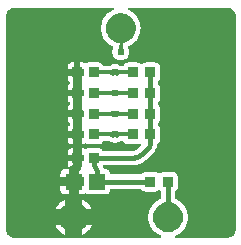
<source format=gbl>
G04 Layer: BottomLayer*
G04 EasyEDA v6.5.40, 2024-02-17 19:59:00*
G04 9a5be75d700b4a6385dc1106f27949ae,10*
G04 Gerber Generator version 0.2*
G04 Scale: 100 percent, Rotated: No, Reflected: No *
G04 Dimensions in millimeters *
G04 leading zeros omitted , absolute positions ,4 integer and 5 decimal *
%FSLAX45Y45*%
%MOMM*%

%AMMACRO1*21,1,$1,$2,0,0,$3*%
%ADD10C,0.8000*%
%ADD11C,0.4000*%
%ADD12C,0.3000*%
%ADD13C,0.2200*%
%ADD14MACRO1,0.8X0.9X0.0000*%
%ADD15MACRO1,1.35X1.41X-90.0000*%
%ADD16MACRO1,0.864X0.8065X90.0000*%
%ADD17C,0.6200*%
%ADD18C,0.0133*%

%LPD*%
G36*
X101244Y-1974088D02*
G01*
X88747Y-1973122D01*
X78486Y-1970786D01*
X68630Y-1966975D01*
X59385Y-1961845D01*
X51003Y-1955444D01*
X43637Y-1947875D01*
X37388Y-1939391D01*
X32410Y-1930044D01*
X28803Y-1920138D01*
X26670Y-1909825D01*
X25908Y-1898751D01*
X25908Y-101244D01*
X26873Y-88747D01*
X29209Y-78486D01*
X33020Y-68630D01*
X38150Y-59385D01*
X44551Y-51003D01*
X52120Y-43637D01*
X60604Y-37388D01*
X69951Y-32410D01*
X79857Y-28803D01*
X90170Y-26670D01*
X101244Y-25908D01*
X931926Y-25908D01*
X935736Y-26670D01*
X939037Y-28803D01*
X941222Y-32054D01*
X942086Y-35915D01*
X941374Y-39776D01*
X939292Y-43078D01*
X936091Y-45313D01*
X924610Y-50495D01*
X919734Y-53035D01*
X907186Y-60655D01*
X902665Y-63754D01*
X891082Y-72796D01*
X886917Y-76504D01*
X876503Y-86918D01*
X872794Y-91084D01*
X863752Y-102666D01*
X860653Y-107187D01*
X853033Y-119735D01*
X850493Y-124612D01*
X844448Y-138074D01*
X842518Y-143154D01*
X838098Y-157226D01*
X836777Y-162610D01*
X834136Y-177088D01*
X833475Y-182575D01*
X832561Y-197307D01*
X832561Y-202692D01*
X833475Y-217424D01*
X834136Y-222910D01*
X836777Y-237388D01*
X838098Y-242773D01*
X842518Y-256844D01*
X844448Y-261924D01*
X850493Y-275386D01*
X853033Y-280263D01*
X860653Y-292811D01*
X863752Y-297332D01*
X872794Y-308914D01*
X876503Y-313080D01*
X886917Y-323494D01*
X891082Y-327202D01*
X902665Y-336245D01*
X907186Y-339344D01*
X919734Y-346964D01*
X924610Y-349504D01*
X931926Y-352806D01*
X935228Y-355193D01*
X937310Y-358698D01*
X937920Y-362712D01*
X936802Y-366623D01*
X934974Y-370332D01*
X932027Y-377799D01*
X929386Y-388823D01*
X928522Y-399999D01*
X929386Y-411175D01*
X932027Y-422097D01*
X936294Y-432460D01*
X942187Y-442010D01*
X949452Y-450545D01*
X957986Y-457809D01*
X967536Y-463702D01*
X977900Y-467969D01*
X988821Y-470611D01*
X999998Y-471474D01*
X1011174Y-470611D01*
X1022096Y-467969D01*
X1032459Y-463702D01*
X1042009Y-457809D01*
X1050544Y-450545D01*
X1057808Y-442010D01*
X1063701Y-432460D01*
X1067968Y-422097D01*
X1070610Y-411175D01*
X1071473Y-399999D01*
X1070610Y-388823D01*
X1067968Y-377799D01*
X1065022Y-370281D01*
X1063142Y-366522D01*
X1062126Y-362610D01*
X1062736Y-358597D01*
X1064818Y-355142D01*
X1068120Y-352755D01*
X1075385Y-349504D01*
X1080262Y-346964D01*
X1092809Y-339344D01*
X1097330Y-336245D01*
X1108913Y-327202D01*
X1113078Y-323494D01*
X1123492Y-313080D01*
X1127201Y-308914D01*
X1136243Y-297332D01*
X1139342Y-292811D01*
X1146962Y-280263D01*
X1149502Y-275386D01*
X1155547Y-261924D01*
X1157478Y-256844D01*
X1161897Y-242773D01*
X1163218Y-237388D01*
X1165860Y-222910D01*
X1166520Y-217424D01*
X1167434Y-202692D01*
X1167434Y-197307D01*
X1166520Y-182575D01*
X1165860Y-177088D01*
X1163218Y-162610D01*
X1161897Y-157226D01*
X1157478Y-143154D01*
X1155547Y-138074D01*
X1149502Y-124612D01*
X1146962Y-119735D01*
X1139342Y-107187D01*
X1136243Y-102666D01*
X1127201Y-91084D01*
X1123492Y-86918D01*
X1113078Y-76504D01*
X1108913Y-72796D01*
X1097330Y-63754D01*
X1092809Y-60655D01*
X1080262Y-53035D01*
X1075385Y-50495D01*
X1063904Y-45313D01*
X1060704Y-43078D01*
X1058621Y-39776D01*
X1057910Y-35915D01*
X1058773Y-32054D01*
X1060958Y-28803D01*
X1064260Y-26670D01*
X1068070Y-25908D01*
X1898751Y-25908D01*
X1911248Y-26873D01*
X1921510Y-29209D01*
X1931365Y-33020D01*
X1940610Y-38150D01*
X1948992Y-44551D01*
X1956358Y-52120D01*
X1962607Y-60604D01*
X1967585Y-69951D01*
X1971192Y-79857D01*
X1973325Y-90170D01*
X1974088Y-101244D01*
X1974088Y-1898751D01*
X1973122Y-1911248D01*
X1970786Y-1921510D01*
X1966975Y-1931365D01*
X1961845Y-1940610D01*
X1955444Y-1948992D01*
X1947875Y-1956358D01*
X1939391Y-1962607D01*
X1930044Y-1967585D01*
X1920138Y-1971192D01*
X1909825Y-1973325D01*
X1898751Y-1974088D01*
X1468069Y-1974088D01*
X1464259Y-1973325D01*
X1460957Y-1971192D01*
X1458772Y-1967941D01*
X1457909Y-1964080D01*
X1458620Y-1960219D01*
X1460703Y-1956917D01*
X1463903Y-1954682D01*
X1475384Y-1949500D01*
X1480261Y-1946960D01*
X1492808Y-1939340D01*
X1497330Y-1936242D01*
X1508912Y-1927199D01*
X1513078Y-1923491D01*
X1523492Y-1913077D01*
X1527200Y-1908911D01*
X1536242Y-1897329D01*
X1539341Y-1892807D01*
X1546961Y-1880260D01*
X1549501Y-1875383D01*
X1555546Y-1861921D01*
X1557477Y-1856841D01*
X1561896Y-1842770D01*
X1563217Y-1837385D01*
X1565859Y-1822907D01*
X1566519Y-1817420D01*
X1567434Y-1802688D01*
X1567434Y-1797304D01*
X1566519Y-1782572D01*
X1565859Y-1777085D01*
X1563217Y-1762607D01*
X1561896Y-1757222D01*
X1557477Y-1743151D01*
X1555546Y-1738071D01*
X1549501Y-1724609D01*
X1546961Y-1719732D01*
X1539341Y-1707184D01*
X1536242Y-1702663D01*
X1527200Y-1691081D01*
X1523492Y-1686915D01*
X1513078Y-1676501D01*
X1508912Y-1672793D01*
X1497330Y-1663750D01*
X1492808Y-1660652D01*
X1480261Y-1653032D01*
X1475384Y-1650492D01*
X1466697Y-1646580D01*
X1463548Y-1644345D01*
X1461414Y-1641093D01*
X1460703Y-1637283D01*
X1460754Y-1583588D01*
X1461719Y-1579270D01*
X1464462Y-1575765D01*
X1469237Y-1571802D01*
X1474266Y-1565656D01*
X1478026Y-1558696D01*
X1480312Y-1551076D01*
X1481175Y-1542694D01*
X1481175Y-1457299D01*
X1480312Y-1448917D01*
X1478026Y-1441297D01*
X1474266Y-1434338D01*
X1469237Y-1428191D01*
X1463141Y-1423162D01*
X1456131Y-1419402D01*
X1448562Y-1417116D01*
X1440129Y-1416304D01*
X1360474Y-1416304D01*
X1352092Y-1417116D01*
X1344523Y-1419402D01*
X1337513Y-1423162D01*
X1331468Y-1428140D01*
X1328420Y-1429867D01*
X1325016Y-1430426D01*
X1321562Y-1429867D01*
X1318564Y-1428140D01*
X1312468Y-1423162D01*
X1305458Y-1419402D01*
X1297889Y-1417116D01*
X1289507Y-1416304D01*
X1209852Y-1416304D01*
X1201470Y-1417116D01*
X1193850Y-1419402D01*
X1186891Y-1423162D01*
X1180744Y-1428191D01*
X1173429Y-1437081D01*
X1170381Y-1438859D01*
X1166876Y-1439468D01*
X920851Y-1439468D01*
X917194Y-1438808D01*
X914044Y-1436878D01*
X911758Y-1433880D01*
X910742Y-1430324D01*
X910183Y-1424584D01*
X907897Y-1417015D01*
X904138Y-1410004D01*
X899109Y-1403908D01*
X892962Y-1398879D01*
X886002Y-1395120D01*
X878382Y-1392834D01*
X870000Y-1391970D01*
X864412Y-1391970D01*
X860501Y-1391208D01*
X857199Y-1389024D01*
X855014Y-1385722D01*
X850392Y-1374546D01*
X849630Y-1370685D01*
X850392Y-1366774D01*
X852576Y-1363472D01*
X855878Y-1361287D01*
X859790Y-1360525D01*
X1094282Y-1360525D01*
X1100734Y-1360170D01*
X1115060Y-1358798D01*
X1121460Y-1357833D01*
X1135583Y-1355039D01*
X1141831Y-1353464D01*
X1155649Y-1349248D01*
X1161694Y-1347114D01*
X1175054Y-1341577D01*
X1180846Y-1338834D01*
X1193546Y-1332026D01*
X1199083Y-1328724D01*
X1211072Y-1320698D01*
X1216253Y-1316888D01*
X1227378Y-1307744D01*
X1232154Y-1303375D01*
X1267307Y-1268222D01*
X1274013Y-1259789D01*
X1287830Y-1239062D01*
X1292707Y-1229563D01*
X1302207Y-1206500D01*
X1304696Y-1198372D01*
X1307592Y-1183995D01*
X1309420Y-1179931D01*
X1319276Y-1171803D01*
X1324305Y-1165656D01*
X1328013Y-1158697D01*
X1330350Y-1151077D01*
X1331163Y-1142695D01*
X1331163Y-1057300D01*
X1330350Y-1048918D01*
X1328013Y-1041298D01*
X1324305Y-1034338D01*
X1319276Y-1028192D01*
X1314551Y-1024331D01*
X1311808Y-1020826D01*
X1310843Y-1016457D01*
X1310843Y-1008532D01*
X1311808Y-1004163D01*
X1314551Y-1000658D01*
X1319276Y-996797D01*
X1324305Y-990701D01*
X1328013Y-983691D01*
X1330350Y-976071D01*
X1331163Y-967689D01*
X1331163Y-882294D01*
X1330350Y-873912D01*
X1328013Y-866292D01*
X1324305Y-859332D01*
X1319276Y-853186D01*
X1314551Y-849325D01*
X1311808Y-845819D01*
X1310843Y-841502D01*
X1310843Y-833526D01*
X1311808Y-829157D01*
X1314551Y-825652D01*
X1319276Y-821791D01*
X1324305Y-815695D01*
X1328013Y-808685D01*
X1330350Y-801116D01*
X1331163Y-792683D01*
X1331163Y-707288D01*
X1330350Y-698906D01*
X1328013Y-691337D01*
X1324305Y-684326D01*
X1319276Y-678180D01*
X1314551Y-674319D01*
X1311808Y-670814D01*
X1310843Y-666496D01*
X1310843Y-658520D01*
X1311808Y-654151D01*
X1314551Y-650646D01*
X1319276Y-646785D01*
X1324305Y-640689D01*
X1328013Y-633679D01*
X1330350Y-626110D01*
X1331163Y-617677D01*
X1331163Y-532282D01*
X1330350Y-523900D01*
X1328013Y-516331D01*
X1324305Y-509320D01*
X1319276Y-503174D01*
X1313129Y-498144D01*
X1306118Y-494436D01*
X1298549Y-492099D01*
X1290167Y-491286D01*
X1210513Y-491286D01*
X1202131Y-492099D01*
X1194511Y-494436D01*
X1187500Y-498144D01*
X1181455Y-503123D01*
X1178407Y-504850D01*
X1175004Y-505459D01*
X1171600Y-504850D01*
X1168552Y-503123D01*
X1162456Y-498144D01*
X1155496Y-494436D01*
X1147876Y-492099D01*
X1139494Y-491286D01*
X1059840Y-491286D01*
X1051458Y-492099D01*
X1043889Y-494436D01*
X1036878Y-498144D01*
X1030732Y-503174D01*
X1025702Y-509320D01*
X1023162Y-514146D01*
X1020775Y-517042D01*
X1017574Y-518922D01*
X1013866Y-519480D01*
X1002842Y-519125D01*
X996137Y-517651D01*
X994257Y-516940D01*
X979830Y-509981D01*
X972210Y-507034D01*
X961186Y-504393D01*
X950010Y-503478D01*
X938834Y-504393D01*
X927862Y-507034D01*
X918260Y-510895D01*
X905814Y-516940D01*
X899363Y-518820D01*
X897229Y-519125D01*
X887272Y-519480D01*
X856132Y-519480D01*
X852525Y-518820D01*
X849426Y-516991D01*
X847140Y-514096D01*
X843635Y-507542D01*
X838606Y-501396D01*
X832459Y-496366D01*
X825449Y-492607D01*
X817880Y-490321D01*
X809498Y-489508D01*
X730504Y-489508D01*
X722071Y-490321D01*
X714502Y-492607D01*
X707491Y-496366D01*
X703427Y-498957D01*
X700024Y-499516D01*
X696569Y-498957D01*
X692505Y-496366D01*
X685495Y-492607D01*
X677926Y-490321D01*
X669493Y-489508D01*
X656336Y-489508D01*
X656336Y-546150D01*
X679297Y-546150D01*
X683209Y-546912D01*
X686511Y-549148D01*
X688695Y-552399D01*
X689457Y-556310D01*
X689457Y-593699D01*
X688695Y-597560D01*
X686511Y-600862D01*
X683209Y-603097D01*
X679297Y-603859D01*
X656336Y-603859D01*
X656336Y-721156D01*
X679297Y-721156D01*
X683209Y-721918D01*
X686511Y-724103D01*
X688695Y-727405D01*
X689457Y-731316D01*
X689457Y-768705D01*
X688695Y-772566D01*
X686511Y-775868D01*
X683209Y-778052D01*
X679297Y-778865D01*
X656336Y-778865D01*
X656336Y-896162D01*
X679348Y-896162D01*
X683209Y-896924D01*
X686511Y-899109D01*
X688695Y-902411D01*
X689508Y-906322D01*
X689508Y-943711D01*
X688695Y-947572D01*
X686511Y-950874D01*
X683209Y-953058D01*
X679348Y-953871D01*
X656336Y-953871D01*
X656336Y-1071168D01*
X679297Y-1071168D01*
X683209Y-1071930D01*
X686511Y-1074115D01*
X688695Y-1077417D01*
X689457Y-1081328D01*
X689457Y-1118666D01*
X688695Y-1122578D01*
X686511Y-1125880D01*
X683209Y-1128064D01*
X679297Y-1128826D01*
X656336Y-1128826D01*
X656336Y-1185519D01*
X669493Y-1185519D01*
X677926Y-1184656D01*
X685495Y-1182370D01*
X692505Y-1178661D01*
X696569Y-1176070D01*
X700024Y-1175461D01*
X703427Y-1176070D01*
X707491Y-1178661D01*
X714502Y-1182370D01*
X722071Y-1184656D01*
X730504Y-1185519D01*
X809498Y-1185519D01*
X817880Y-1184656D01*
X825449Y-1182370D01*
X832459Y-1178661D01*
X838606Y-1173581D01*
X843635Y-1167485D01*
X847140Y-1160881D01*
X849426Y-1158036D01*
X852525Y-1156157D01*
X856132Y-1155496D01*
X887628Y-1155496D01*
X897229Y-1155852D01*
X903935Y-1157376D01*
X905814Y-1158036D01*
X919987Y-1164894D01*
X927912Y-1167993D01*
X938834Y-1170584D01*
X950010Y-1171498D01*
X961186Y-1170584D01*
X972159Y-1167942D01*
X981760Y-1164082D01*
X994206Y-1158036D01*
X1000658Y-1156208D01*
X1002842Y-1155852D01*
X1013866Y-1155496D01*
X1017574Y-1156055D01*
X1020775Y-1157935D01*
X1023162Y-1160881D01*
X1025702Y-1165656D01*
X1030732Y-1171803D01*
X1036878Y-1176832D01*
X1043889Y-1180592D01*
X1051458Y-1182878D01*
X1059840Y-1183690D01*
X1139494Y-1183690D01*
X1147876Y-1182878D01*
X1159967Y-1179118D01*
X1164031Y-1179626D01*
X1167587Y-1181658D01*
X1170025Y-1184960D01*
X1170940Y-1188974D01*
X1170228Y-1192987D01*
X1167993Y-1196441D01*
X1148892Y-1215542D01*
X1141171Y-1221892D01*
X1133703Y-1226820D01*
X1125728Y-1230985D01*
X1117447Y-1234389D01*
X1108811Y-1236980D01*
X1100023Y-1238656D01*
X1091082Y-1239469D01*
X853440Y-1239469D01*
X849884Y-1238859D01*
X846734Y-1236980D01*
X843635Y-1232509D01*
X838606Y-1226413D01*
X832459Y-1221333D01*
X825449Y-1217625D01*
X817880Y-1215339D01*
X809498Y-1214475D01*
X730504Y-1214475D01*
X722071Y-1215339D01*
X714502Y-1217625D01*
X707491Y-1221333D01*
X703427Y-1223924D01*
X700024Y-1224534D01*
X696569Y-1223924D01*
X692505Y-1221333D01*
X685495Y-1217625D01*
X677926Y-1215339D01*
X669493Y-1214475D01*
X656336Y-1214475D01*
X656336Y-1271168D01*
X679297Y-1271168D01*
X683209Y-1271930D01*
X686511Y-1274114D01*
X688695Y-1277416D01*
X689457Y-1281328D01*
X689457Y-1318666D01*
X688695Y-1322578D01*
X686511Y-1325880D01*
X683209Y-1328064D01*
X679297Y-1328826D01*
X656336Y-1328826D01*
X656336Y-1395679D01*
X655574Y-1399540D01*
X653389Y-1402842D01*
X650087Y-1405077D01*
X646176Y-1405839D01*
X641604Y-1405839D01*
X641604Y-1459890D01*
X678840Y-1459890D01*
X682701Y-1460652D01*
X686003Y-1462887D01*
X688238Y-1466189D01*
X689000Y-1470050D01*
X689000Y-1529943D01*
X688238Y-1533804D01*
X686003Y-1537106D01*
X682701Y-1539341D01*
X678840Y-1540103D01*
X641604Y-1540103D01*
X641604Y-1608023D01*
X670001Y-1608023D01*
X678383Y-1607159D01*
X686003Y-1604873D01*
X696569Y-1598930D01*
X700024Y-1598371D01*
X703427Y-1598930D01*
X707034Y-1601114D01*
X713994Y-1604873D01*
X721614Y-1607159D01*
X729996Y-1608023D01*
X870000Y-1608023D01*
X878382Y-1607159D01*
X886002Y-1604873D01*
X892962Y-1601114D01*
X899109Y-1596085D01*
X904138Y-1589989D01*
X907897Y-1582978D01*
X910183Y-1575409D01*
X910742Y-1569669D01*
X911758Y-1566113D01*
X914044Y-1563116D01*
X917194Y-1561185D01*
X920851Y-1560525D01*
X1166876Y-1560525D01*
X1170381Y-1561134D01*
X1173429Y-1562912D01*
X1180744Y-1571802D01*
X1186891Y-1576832D01*
X1193850Y-1580591D01*
X1201470Y-1582877D01*
X1209852Y-1583690D01*
X1289507Y-1583690D01*
X1297889Y-1582877D01*
X1305458Y-1580591D01*
X1312468Y-1576832D01*
X1318564Y-1571853D01*
X1321562Y-1570126D01*
X1325016Y-1569567D01*
X1328420Y-1570126D01*
X1331468Y-1571853D01*
X1335989Y-1575612D01*
X1338732Y-1579118D01*
X1339748Y-1583436D01*
X1339697Y-1637131D01*
X1338935Y-1640941D01*
X1336852Y-1644192D01*
X1333703Y-1646428D01*
X1324610Y-1650492D01*
X1319733Y-1653032D01*
X1307185Y-1660652D01*
X1302664Y-1663750D01*
X1291082Y-1672793D01*
X1286916Y-1676501D01*
X1276502Y-1686915D01*
X1272794Y-1691081D01*
X1263751Y-1702663D01*
X1260652Y-1707184D01*
X1253032Y-1719732D01*
X1250492Y-1724609D01*
X1244447Y-1738071D01*
X1242517Y-1743151D01*
X1238097Y-1757222D01*
X1236776Y-1762607D01*
X1234135Y-1777085D01*
X1233474Y-1782572D01*
X1232560Y-1797304D01*
X1232560Y-1802688D01*
X1233474Y-1817420D01*
X1234135Y-1822907D01*
X1236776Y-1837385D01*
X1238097Y-1842770D01*
X1242517Y-1856841D01*
X1244447Y-1861921D01*
X1250492Y-1875383D01*
X1253032Y-1880260D01*
X1260652Y-1892807D01*
X1263751Y-1897329D01*
X1272794Y-1908911D01*
X1276502Y-1913077D01*
X1286916Y-1923491D01*
X1291082Y-1927199D01*
X1302664Y-1936242D01*
X1307185Y-1939340D01*
X1319733Y-1946960D01*
X1324610Y-1949500D01*
X1336090Y-1954682D01*
X1339291Y-1956917D01*
X1341374Y-1960219D01*
X1342085Y-1964080D01*
X1341221Y-1967941D01*
X1339037Y-1971192D01*
X1335735Y-1973325D01*
X1331925Y-1974088D01*
X668070Y-1974088D01*
X663600Y-1973325D01*
X659688Y-1974088D01*
X540308Y-1974088D01*
X536092Y-1973122D01*
X531926Y-1974088D01*
G37*

%LPC*%
G36*
X530148Y-1951989D02*
G01*
X530148Y-1869846D01*
X448005Y-1869846D01*
X450494Y-1875383D01*
X453034Y-1880260D01*
X460654Y-1892807D01*
X463753Y-1897329D01*
X472795Y-1908911D01*
X476504Y-1913077D01*
X486918Y-1923491D01*
X491083Y-1927199D01*
X502666Y-1936242D01*
X507187Y-1939340D01*
X519734Y-1946960D01*
X524611Y-1949500D01*
G37*
G36*
X669848Y-1951989D02*
G01*
X675386Y-1949500D01*
X680262Y-1946960D01*
X692810Y-1939340D01*
X697331Y-1936242D01*
X708914Y-1927199D01*
X713079Y-1923491D01*
X723493Y-1913077D01*
X727202Y-1908911D01*
X736244Y-1897329D01*
X739343Y-1892807D01*
X746963Y-1880260D01*
X749503Y-1875383D01*
X751992Y-1869846D01*
X669848Y-1869846D01*
G37*
G36*
X448005Y-1730146D02*
G01*
X530148Y-1730146D01*
X530148Y-1648002D01*
X524611Y-1650492D01*
X519734Y-1653032D01*
X507187Y-1660652D01*
X502666Y-1663750D01*
X491083Y-1672793D01*
X486918Y-1676501D01*
X476504Y-1686915D01*
X472795Y-1691081D01*
X463753Y-1702663D01*
X460654Y-1707184D01*
X453034Y-1719732D01*
X450494Y-1724609D01*
G37*
G36*
X669848Y-1730146D02*
G01*
X751992Y-1730146D01*
X749503Y-1724609D01*
X746963Y-1719732D01*
X739343Y-1707184D01*
X736244Y-1702663D01*
X727202Y-1691081D01*
X723493Y-1686915D01*
X713079Y-1676501D01*
X708914Y-1672793D01*
X697331Y-1663750D01*
X692810Y-1660652D01*
X680262Y-1653032D01*
X675386Y-1650492D01*
X669848Y-1648002D01*
G37*
G36*
X529996Y-1608023D02*
G01*
X558393Y-1608023D01*
X558393Y-1540103D01*
X489000Y-1540103D01*
X489000Y-1566976D01*
X489813Y-1575409D01*
X492099Y-1582978D01*
X495858Y-1589989D01*
X500888Y-1596085D01*
X507034Y-1601114D01*
X513994Y-1604873D01*
X521614Y-1607159D01*
G37*
G36*
X489000Y-1459890D02*
G01*
X558393Y-1459890D01*
X558393Y-1391361D01*
X555396Y-1391970D01*
X529996Y-1391970D01*
X521614Y-1392834D01*
X513994Y-1395120D01*
X507034Y-1398879D01*
X500888Y-1403908D01*
X495858Y-1410004D01*
X492099Y-1417015D01*
X489813Y-1424584D01*
X489000Y-1433017D01*
G37*
G36*
X562051Y-1374190D02*
G01*
X564692Y-1372463D01*
X568553Y-1371650D01*
X603656Y-1371650D01*
X603656Y-1328826D01*
X549503Y-1328826D01*
X549503Y-1344523D01*
X550316Y-1352905D01*
X552653Y-1360474D01*
X556361Y-1367485D01*
G37*
G36*
X549503Y-1271168D02*
G01*
X603656Y-1271168D01*
X603656Y-1214475D01*
X590499Y-1214475D01*
X582117Y-1215339D01*
X574548Y-1217625D01*
X567537Y-1221333D01*
X561390Y-1226413D01*
X556361Y-1232509D01*
X552653Y-1239520D01*
X550316Y-1247089D01*
X549503Y-1255522D01*
G37*
G36*
X590499Y-1185519D02*
G01*
X603656Y-1185519D01*
X603656Y-1128826D01*
X549503Y-1128826D01*
X549503Y-1144524D01*
X550316Y-1152906D01*
X552653Y-1160475D01*
X556361Y-1167485D01*
X561390Y-1173581D01*
X567537Y-1178661D01*
X574548Y-1182370D01*
X582117Y-1184656D01*
G37*
G36*
X549503Y-1071168D02*
G01*
X603656Y-1071168D01*
X603656Y-953871D01*
X549503Y-953871D01*
X549503Y-969518D01*
X550316Y-977900D01*
X552653Y-985469D01*
X556361Y-992479D01*
X561390Y-998626D01*
X568299Y-1004265D01*
X571042Y-1007821D01*
X572008Y-1012901D01*
X571042Y-1017219D01*
X568299Y-1020724D01*
X561390Y-1026414D01*
X556361Y-1032510D01*
X552653Y-1039520D01*
X550316Y-1047089D01*
X549503Y-1055522D01*
G37*
G36*
X549503Y-896162D02*
G01*
X603656Y-896162D01*
X603656Y-778865D01*
X549503Y-778865D01*
X549503Y-794512D01*
X550316Y-802894D01*
X552653Y-810463D01*
X556361Y-817473D01*
X561390Y-823620D01*
X568299Y-829259D01*
X571042Y-832764D01*
X572008Y-837844D01*
X571042Y-842213D01*
X568299Y-845718D01*
X561390Y-851408D01*
X556361Y-857503D01*
X552653Y-864514D01*
X550316Y-872083D01*
X549503Y-880516D01*
G37*
G36*
X549503Y-721156D02*
G01*
X603656Y-721156D01*
X603656Y-603859D01*
X549503Y-603859D01*
X549503Y-619506D01*
X550316Y-627888D01*
X552653Y-635508D01*
X556361Y-642467D01*
X561390Y-648614D01*
X568299Y-654253D01*
X571042Y-657809D01*
X572008Y-662889D01*
X571042Y-667207D01*
X568299Y-670712D01*
X561390Y-676402D01*
X556361Y-682498D01*
X552653Y-689508D01*
X550316Y-697128D01*
X549503Y-705510D01*
G37*
G36*
X549503Y-546150D02*
G01*
X603656Y-546150D01*
X603656Y-489508D01*
X590499Y-489508D01*
X582117Y-490321D01*
X574548Y-492607D01*
X567537Y-496366D01*
X561390Y-501396D01*
X556361Y-507542D01*
X552653Y-514502D01*
X550316Y-522122D01*
X549503Y-530504D01*
G37*

%LPD*%
G36*
X936498Y-547065D02*
G01*
X925931Y-552246D01*
X917041Y-556107D01*
X912571Y-557530D01*
X907694Y-558596D01*
X902157Y-559358D01*
X895654Y-559866D01*
X887984Y-560019D01*
X887984Y-589991D01*
X895705Y-590143D01*
X902157Y-590600D01*
X907694Y-591362D01*
X912571Y-592480D01*
X917041Y-593902D01*
X921410Y-595630D01*
X936498Y-602894D01*
X965504Y-574954D01*
G37*
G36*
X963523Y-547065D02*
G01*
X934516Y-574954D01*
X963523Y-602894D01*
X978611Y-595630D01*
X982980Y-593902D01*
X987450Y-592480D01*
X992327Y-591362D01*
X997864Y-590600D01*
X1004316Y-590143D01*
X1011986Y-589991D01*
X1011986Y-560019D01*
X1004366Y-559866D01*
X997864Y-559409D01*
X992327Y-558596D01*
X987450Y-557530D01*
X982980Y-556107D01*
X978611Y-554380D01*
G37*
G36*
X963523Y-722122D02*
G01*
X934516Y-750011D01*
X963523Y-777900D01*
X978611Y-770636D01*
X982980Y-768908D01*
X987450Y-767486D01*
X992327Y-766368D01*
X997864Y-765606D01*
X1004366Y-765149D01*
X1011986Y-764997D01*
X1011986Y-734974D01*
X1004316Y-734872D01*
X997864Y-734364D01*
X992327Y-733602D01*
X987450Y-732536D01*
X982980Y-731113D01*
X978611Y-729386D01*
G37*
G36*
X936498Y-722122D02*
G01*
X921410Y-729386D01*
X917041Y-731113D01*
X912571Y-732536D01*
X907694Y-733602D01*
X902157Y-734364D01*
X895705Y-734872D01*
X887984Y-734974D01*
X887984Y-764997D01*
X895654Y-765149D01*
X902157Y-765606D01*
X907694Y-766368D01*
X912571Y-767486D01*
X917041Y-768908D01*
X921410Y-770636D01*
X936498Y-777900D01*
X965504Y-750011D01*
G37*
G36*
X936498Y-897077D02*
G01*
X925931Y-902258D01*
X917041Y-906119D01*
X912571Y-907542D01*
X907694Y-908608D01*
X902157Y-909370D01*
X895654Y-909828D01*
X887984Y-909980D01*
X887984Y-940003D01*
X895654Y-940155D01*
X902157Y-940612D01*
X907694Y-941374D01*
X912571Y-942492D01*
X917041Y-943914D01*
X921410Y-945642D01*
X936498Y-952906D01*
X965504Y-924966D01*
G37*
G36*
X963523Y-897077D02*
G01*
X934516Y-924966D01*
X963523Y-952906D01*
X978611Y-945642D01*
X982980Y-943914D01*
X987450Y-942492D01*
X992327Y-941374D01*
X997864Y-940612D01*
X1004366Y-940155D01*
X1011986Y-940003D01*
X1011986Y-909980D01*
X1004366Y-909828D01*
X997864Y-909370D01*
X992327Y-908608D01*
X987450Y-907542D01*
X982980Y-906119D01*
X974090Y-902258D01*
G37*
G36*
X963523Y-1072083D02*
G01*
X934516Y-1099972D01*
X963523Y-1127912D01*
X974090Y-1122730D01*
X982980Y-1118870D01*
X987450Y-1117498D01*
X992327Y-1116380D01*
X997864Y-1115618D01*
X1004366Y-1115161D01*
X1011986Y-1115009D01*
X1011986Y-1084986D01*
X1004366Y-1084834D01*
X997864Y-1084376D01*
X992327Y-1083614D01*
X987450Y-1082497D01*
X982980Y-1081125D01*
X974090Y-1077264D01*
G37*
G36*
X936498Y-1072083D02*
G01*
X925931Y-1077264D01*
X917041Y-1081125D01*
X912571Y-1082497D01*
X907694Y-1083614D01*
X902157Y-1084376D01*
X895654Y-1084834D01*
X887984Y-1084986D01*
X887984Y-1115009D01*
X895654Y-1115161D01*
X902157Y-1115618D01*
X907694Y-1116380D01*
X912571Y-1117498D01*
X917041Y-1118870D01*
X925931Y-1122730D01*
X936498Y-1127912D01*
X965504Y-1099972D01*
G37*
G36*
X988974Y-337972D02*
G01*
X988720Y-345795D01*
X987958Y-352247D01*
X986739Y-357632D01*
X985062Y-362356D01*
X983030Y-366674D01*
X975156Y-380542D01*
X972108Y-386486D01*
X999998Y-415493D01*
X1027887Y-386486D01*
X1024839Y-380542D01*
X1016965Y-366674D01*
X1014933Y-362356D01*
X1013256Y-357632D01*
X1012037Y-352247D01*
X1011275Y-345795D01*
X1010970Y-337972D01*
G37*
D10*
X629996Y-749998D02*
G01*
X629996Y-575000D01*
X629996Y-749998D02*
G01*
X629998Y-924999D01*
X629998Y-924999D02*
G01*
X629996Y-1099997D01*
X629996Y-1099997D02*
G01*
X629996Y-1299997D01*
D11*
X1250335Y-1099997D02*
G01*
X1250335Y-1161676D01*
X1245712Y-1184920D01*
X1236644Y-1206812D01*
X1223477Y-1226517D01*
X1189205Y-1260789D01*
X1177670Y-1270256D01*
X1165263Y-1278547D01*
X1152103Y-1285580D01*
X1138316Y-1291292D01*
X1124036Y-1295623D01*
X1109398Y-1298534D01*
X1094549Y-1299997D01*
X798040Y-1299997D01*
X785174Y-1305326D01*
X775329Y-1315171D01*
X770001Y-1328036D01*
X1250335Y-1099997D02*
G01*
X1250337Y-924999D01*
X1250337Y-924999D02*
G01*
X1250335Y-749998D01*
X1250335Y-749998D02*
G01*
X1250335Y-575000D01*
X799998Y-1459943D02*
G01*
X807610Y-1478320D01*
X821674Y-1492384D01*
X840051Y-1499996D01*
X1249662Y-1499996D01*
D12*
X949998Y-574989D02*
G01*
X770001Y-575000D01*
X1099662Y-575000D02*
G01*
X950008Y-575000D01*
X949998Y-749998D02*
G01*
X1099662Y-749998D01*
X770001Y-749998D02*
G01*
X949998Y-749998D01*
X949998Y-924999D02*
G01*
X770003Y-924999D01*
X1099665Y-924999D02*
G01*
X949998Y-924999D01*
X949998Y-1099997D02*
G01*
X1099662Y-1099997D01*
X770001Y-1099997D02*
G01*
X949998Y-1099997D01*
D13*
X999997Y-399999D02*
G01*
X999997Y-199999D01*
D11*
X799998Y-1459943D02*
G01*
X799998Y-1411023D01*
X792203Y-1392201D01*
X777796Y-1377795D01*
X770001Y-1358973D01*
X770001Y-1328036D01*
D10*
X629996Y-1299997D02*
G01*
X629996Y-1358973D01*
X622200Y-1377795D01*
X607794Y-1392201D01*
X599998Y-1411023D01*
X599998Y-1499996D01*
D11*
X1400047Y-1800097D02*
G01*
X1400302Y-1499870D01*
D10*
X599998Y-1499996D02*
G01*
X599998Y-1799996D01*
D14*
G01*
X769998Y-575000D03*
G01*
X629998Y-575000D03*
G01*
X769998Y-749998D03*
G01*
X629998Y-749998D03*
G01*
X770001Y-924999D03*
G01*
X630001Y-924999D03*
G01*
X769998Y-1099997D03*
G01*
X629998Y-1099997D03*
G36*
X726998Y-1799996D02*
G01*
X726084Y-1784680D01*
X723315Y-1769592D01*
X718743Y-1754962D01*
X712444Y-1740966D01*
X704519Y-1727860D01*
X695070Y-1715770D01*
X684225Y-1704924D01*
X672134Y-1695475D01*
X659028Y-1687550D01*
X645032Y-1681251D01*
X630402Y-1676679D01*
X615314Y-1673910D01*
X599998Y-1672996D01*
X599998Y-1672996D01*
X584682Y-1673910D01*
X569595Y-1676679D01*
X554964Y-1681251D01*
X540969Y-1687550D01*
X527862Y-1695475D01*
X515772Y-1704924D01*
X504926Y-1715770D01*
X495477Y-1727860D01*
X487553Y-1740966D01*
X481253Y-1754962D01*
X476681Y-1769592D01*
X473913Y-1784680D01*
X472998Y-1799996D01*
X472998Y-1799996D01*
X473913Y-1815312D01*
X476681Y-1830400D01*
X481253Y-1845030D01*
X487553Y-1859026D01*
X495477Y-1872132D01*
X504926Y-1884222D01*
X515772Y-1895068D01*
X527862Y-1904517D01*
X540969Y-1912442D01*
X554964Y-1918741D01*
X569595Y-1923313D01*
X584682Y-1926081D01*
X599998Y-1926996D01*
X599998Y-1926996D01*
X615314Y-1926081D01*
X630402Y-1923313D01*
X645032Y-1918741D01*
X659028Y-1912442D01*
X672134Y-1904517D01*
X684225Y-1895068D01*
X695070Y-1884222D01*
X704519Y-1872132D01*
X712444Y-1859026D01*
X718743Y-1845030D01*
X723315Y-1830400D01*
X726084Y-1815312D01*
X726998Y-1799996D01*
G37*
G36*
X1526997Y-1799996D02*
G01*
X1526082Y-1784680D01*
X1523314Y-1769592D01*
X1518742Y-1754962D01*
X1512443Y-1740966D01*
X1504518Y-1727860D01*
X1495069Y-1715770D01*
X1484223Y-1704924D01*
X1472133Y-1695475D01*
X1459026Y-1687550D01*
X1445031Y-1681251D01*
X1430401Y-1676679D01*
X1415313Y-1673910D01*
X1399997Y-1672996D01*
X1399997Y-1672996D01*
X1384680Y-1673910D01*
X1369593Y-1676679D01*
X1354962Y-1681251D01*
X1340967Y-1687550D01*
X1327861Y-1695475D01*
X1315770Y-1704924D01*
X1304925Y-1715770D01*
X1295476Y-1727860D01*
X1287551Y-1740966D01*
X1281252Y-1754962D01*
X1276680Y-1769592D01*
X1273911Y-1784680D01*
X1272997Y-1799996D01*
X1272997Y-1799996D01*
X1273911Y-1815312D01*
X1276680Y-1830400D01*
X1281252Y-1845030D01*
X1287551Y-1859026D01*
X1295476Y-1872132D01*
X1304925Y-1884222D01*
X1315770Y-1895068D01*
X1327861Y-1904517D01*
X1340967Y-1912442D01*
X1354962Y-1918741D01*
X1369593Y-1923313D01*
X1384680Y-1926081D01*
X1399997Y-1926996D01*
X1399997Y-1926996D01*
X1415313Y-1926081D01*
X1430401Y-1923313D01*
X1445031Y-1918741D01*
X1459026Y-1912442D01*
X1472133Y-1904517D01*
X1484223Y-1895068D01*
X1495069Y-1884222D01*
X1504518Y-1872132D01*
X1512443Y-1859026D01*
X1518742Y-1845030D01*
X1523314Y-1830400D01*
X1526082Y-1815312D01*
X1526997Y-1799996D01*
G37*
D15*
G01*
X800000Y-1499997D03*
G01*
X599996Y-1499997D03*
D14*
G01*
X769998Y-1299997D03*
G01*
X629998Y-1299997D03*
D16*
G01*
X1099673Y-575000D03*
G01*
X1250323Y-575000D03*
G01*
X1099673Y-749998D03*
G01*
X1250323Y-749998D03*
G01*
X1099676Y-924999D03*
G01*
X1250326Y-924999D03*
G01*
X1099673Y-1099997D03*
G01*
X1250323Y-1099997D03*
G36*
X1126997Y-199999D02*
G01*
X1126083Y-184683D01*
X1123314Y-169595D01*
X1118743Y-154965D01*
X1112443Y-140970D01*
X1104519Y-127863D01*
X1095070Y-115773D01*
X1084224Y-104927D01*
X1072134Y-95478D01*
X1059027Y-87553D01*
X1045032Y-81254D01*
X1030401Y-76682D01*
X1015314Y-73913D01*
X999997Y-72999D01*
X999997Y-72999D01*
X984681Y-73913D01*
X969594Y-76682D01*
X954963Y-81254D01*
X940968Y-87553D01*
X927862Y-95478D01*
X915771Y-104927D01*
X904925Y-115773D01*
X895477Y-127863D01*
X887552Y-140970D01*
X881253Y-154965D01*
X876680Y-169595D01*
X873912Y-184683D01*
X872997Y-199999D01*
X872997Y-199999D01*
X873912Y-215315D01*
X876680Y-230403D01*
X881253Y-245033D01*
X887552Y-259029D01*
X895477Y-272135D01*
X904925Y-284226D01*
X915771Y-295071D01*
X927862Y-304520D01*
X940968Y-312445D01*
X954963Y-318744D01*
X969594Y-323316D01*
X984681Y-326085D01*
X999997Y-326999D01*
X999997Y-326999D01*
X1015314Y-326085D01*
X1030401Y-323316D01*
X1045032Y-318744D01*
X1059027Y-312445D01*
X1072134Y-304520D01*
X1084224Y-295071D01*
X1095070Y-284226D01*
X1104519Y-272135D01*
X1112443Y-259029D01*
X1118743Y-245033D01*
X1123314Y-230403D01*
X1126083Y-215315D01*
X1126997Y-199999D01*
G37*
G01*
X1249673Y-1499997D03*
G01*
X1400323Y-1499997D03*
D17*
G01*
X950010Y-1099997D03*
G01*
X950010Y-924991D03*
G01*
X950010Y-750011D03*
G01*
X950010Y-574979D03*
G01*
X999997Y-399999D03*
G01*
X99999Y-99999D03*
G01*
X99999Y-299999D03*
G01*
X99999Y-499998D03*
G01*
X99999Y-699998D03*
G01*
X99999Y-899998D03*
G01*
X99999Y-1099997D03*
G01*
X99999Y-1299997D03*
G01*
X99999Y-1499996D03*
G01*
X99999Y-1699996D03*
G01*
X1899996Y-99999D03*
G01*
X1899996Y-299999D03*
G01*
X1899996Y-1499996D03*
G01*
X1899996Y-1699996D03*
G01*
X1399997Y-1374978D03*
G01*
X450011Y-1024991D03*
G01*
X450011Y-475005D03*
G01*
X449935Y-1399971D03*
G01*
X1399997Y-1024991D03*
G01*
X1399997Y-650011D03*
M02*

</source>
